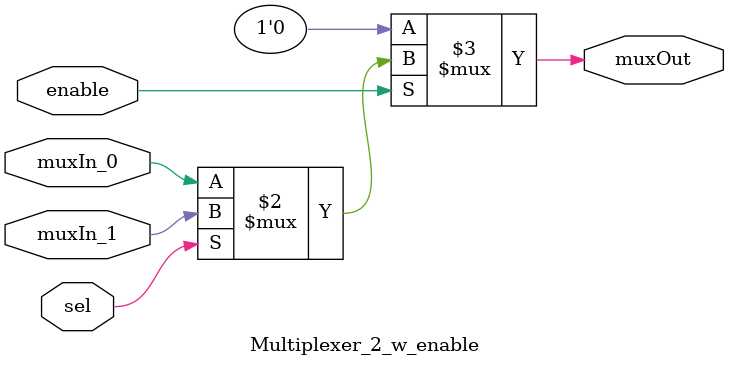
<source format=v>
/******************************************************************************
 **                                                                          **
 ** Component : Multiplexer_2_w_enable                                       **
 **                                                                          **
 ** Refactored 03.12.2023 Ronny Hansen                                       **
 *****************************************************************************/
/* */

module Multiplexer_2_w_enable( input wire enable,
                      input wire muxIn_0,
                      input wire muxIn_1,                      
                      input wire sel,
                      output wire muxOut
                      );   
      assign muxOut = (enable == 1'b0) ? 1'b0 : (sel ? muxIn_1 : muxIn_0);
endmodule

</source>
